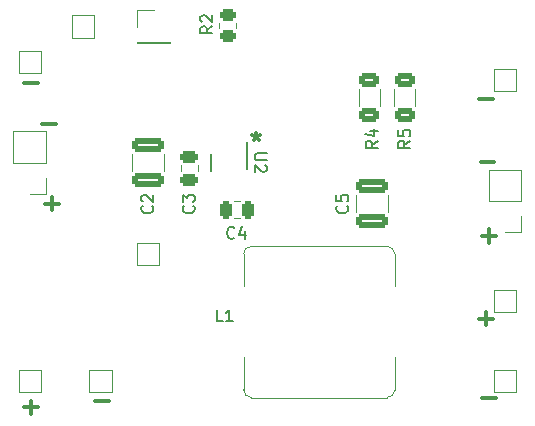
<source format=gto>
G04 #@! TF.GenerationSoftware,KiCad,Pcbnew,9.0.4*
G04 #@! TF.CreationDate,2025-12-29T16:46:33-08:00*
G04 #@! TF.ProjectId,bikelight,62696b65-6c69-4676-9874-2e6b69636164,rev?*
G04 #@! TF.SameCoordinates,Original*
G04 #@! TF.FileFunction,Legend,Top*
G04 #@! TF.FilePolarity,Positive*
%FSLAX46Y46*%
G04 Gerber Fmt 4.6, Leading zero omitted, Abs format (unit mm)*
G04 Created by KiCad (PCBNEW 9.0.4) date 2025-12-29 16:46:33*
%MOMM*%
%LPD*%
G01*
G04 APERTURE LIST*
G04 Aperture macros list*
%AMRoundRect*
0 Rectangle with rounded corners*
0 $1 Rounding radius*
0 $2 $3 $4 $5 $6 $7 $8 $9 X,Y pos of 4 corners*
0 Add a 4 corners polygon primitive as box body*
4,1,4,$2,$3,$4,$5,$6,$7,$8,$9,$2,$3,0*
0 Add four circle primitives for the rounded corners*
1,1,$1+$1,$2,$3*
1,1,$1+$1,$4,$5*
1,1,$1+$1,$6,$7*
1,1,$1+$1,$8,$9*
0 Add four rect primitives between the rounded corners*
20,1,$1+$1,$2,$3,$4,$5,0*
20,1,$1+$1,$4,$5,$6,$7,0*
20,1,$1+$1,$6,$7,$8,$9,0*
20,1,$1+$1,$8,$9,$2,$3,0*%
G04 Aperture macros list end*
%ADD10C,0.300000*%
%ADD11C,0.150000*%
%ADD12C,0.120000*%
%ADD13C,0.200000*%
%ADD14R,1.700000X1.700000*%
%ADD15C,1.700000*%
%ADD16R,1.500000X1.500000*%
%ADD17R,0.599999X1.000000*%
%ADD18RoundRect,0.250000X0.450000X-0.262500X0.450000X0.262500X-0.450000X0.262500X-0.450000X-0.262500X0*%
%ADD19RoundRect,0.250000X0.625000X-0.312500X0.625000X0.312500X-0.625000X0.312500X-0.625000X-0.312500X0*%
%ADD20RoundRect,0.250000X1.100000X-0.325000X1.100000X0.325000X-1.100000X0.325000X-1.100000X-0.325000X0*%
%ADD21R,2.900000X5.400000*%
%ADD22RoundRect,0.250000X0.250000X0.475000X-0.250000X0.475000X-0.250000X-0.475000X0.250000X-0.475000X0*%
%ADD23RoundRect,0.250000X0.475000X-0.250000X0.475000X0.250000X-0.475000X0.250000X-0.475000X-0.250000X0*%
G04 APERTURE END LIST*
D10*
X111168798Y-71475828D02*
X111168798Y-71832971D01*
X110811655Y-71690114D02*
X111168798Y-71832971D01*
X111168798Y-71832971D02*
X111525941Y-71690114D01*
X110954512Y-72118685D02*
X111168798Y-71832971D01*
X111168798Y-71832971D02*
X111383084Y-72118685D01*
X130054510Y-87229400D02*
X131197368Y-87229400D01*
X130625939Y-87800828D02*
X130625939Y-86657971D01*
X91554510Y-94729400D02*
X92697368Y-94729400D01*
X92125939Y-95300828D02*
X92125939Y-94157971D01*
X130179510Y-73929400D02*
X131322368Y-73929400D01*
X130304510Y-93979400D02*
X131447368Y-93979400D01*
X97554510Y-94229400D02*
X98697368Y-94229400D01*
X130054510Y-68629400D02*
X131197368Y-68629400D01*
X93304510Y-77479400D02*
X94447368Y-77479400D01*
X93875939Y-78050828D02*
X93875939Y-76907971D01*
X130304510Y-80229400D02*
X131447368Y-80229400D01*
X130875939Y-80800828D02*
X130875939Y-79657971D01*
X91554510Y-67229400D02*
X92697368Y-67229400D01*
X93054510Y-70729400D02*
X94197368Y-70729400D01*
D11*
X112045180Y-73238095D02*
X111235657Y-73238095D01*
X111235657Y-73238095D02*
X111140419Y-73285714D01*
X111140419Y-73285714D02*
X111092800Y-73333333D01*
X111092800Y-73333333D02*
X111045180Y-73428571D01*
X111045180Y-73428571D02*
X111045180Y-73619047D01*
X111045180Y-73619047D02*
X111092800Y-73714285D01*
X111092800Y-73714285D02*
X111140419Y-73761904D01*
X111140419Y-73761904D02*
X111235657Y-73809523D01*
X111235657Y-73809523D02*
X112045180Y-73809523D01*
X111949942Y-74238095D02*
X111997561Y-74285714D01*
X111997561Y-74285714D02*
X112045180Y-74380952D01*
X112045180Y-74380952D02*
X112045180Y-74619047D01*
X112045180Y-74619047D02*
X111997561Y-74714285D01*
X111997561Y-74714285D02*
X111949942Y-74761904D01*
X111949942Y-74761904D02*
X111854704Y-74809523D01*
X111854704Y-74809523D02*
X111759466Y-74809523D01*
X111759466Y-74809523D02*
X111616609Y-74761904D01*
X111616609Y-74761904D02*
X111045180Y-74190476D01*
X111045180Y-74190476D02*
X111045180Y-74809523D01*
X107451759Y-62466686D02*
X106975568Y-62800019D01*
X107451759Y-63038114D02*
X106451759Y-63038114D01*
X106451759Y-63038114D02*
X106451759Y-62657162D01*
X106451759Y-62657162D02*
X106499378Y-62561924D01*
X106499378Y-62561924D02*
X106546997Y-62514305D01*
X106546997Y-62514305D02*
X106642235Y-62466686D01*
X106642235Y-62466686D02*
X106785092Y-62466686D01*
X106785092Y-62466686D02*
X106880330Y-62514305D01*
X106880330Y-62514305D02*
X106927949Y-62561924D01*
X106927949Y-62561924D02*
X106975568Y-62657162D01*
X106975568Y-62657162D02*
X106975568Y-63038114D01*
X106546997Y-62085733D02*
X106499378Y-62038114D01*
X106499378Y-62038114D02*
X106451759Y-61942876D01*
X106451759Y-61942876D02*
X106451759Y-61704781D01*
X106451759Y-61704781D02*
X106499378Y-61609543D01*
X106499378Y-61609543D02*
X106546997Y-61561924D01*
X106546997Y-61561924D02*
X106642235Y-61514305D01*
X106642235Y-61514305D02*
X106737473Y-61514305D01*
X106737473Y-61514305D02*
X106880330Y-61561924D01*
X106880330Y-61561924D02*
X107451759Y-62133352D01*
X107451759Y-62133352D02*
X107451759Y-61514305D01*
X121454819Y-72166666D02*
X120978628Y-72499999D01*
X121454819Y-72738094D02*
X120454819Y-72738094D01*
X120454819Y-72738094D02*
X120454819Y-72357142D01*
X120454819Y-72357142D02*
X120502438Y-72261904D01*
X120502438Y-72261904D02*
X120550057Y-72214285D01*
X120550057Y-72214285D02*
X120645295Y-72166666D01*
X120645295Y-72166666D02*
X120788152Y-72166666D01*
X120788152Y-72166666D02*
X120883390Y-72214285D01*
X120883390Y-72214285D02*
X120931009Y-72261904D01*
X120931009Y-72261904D02*
X120978628Y-72357142D01*
X120978628Y-72357142D02*
X120978628Y-72738094D01*
X120788152Y-71309523D02*
X121454819Y-71309523D01*
X120407200Y-71547618D02*
X121121485Y-71785713D01*
X121121485Y-71785713D02*
X121121485Y-71166666D01*
X102359580Y-77666666D02*
X102407200Y-77714285D01*
X102407200Y-77714285D02*
X102454819Y-77857142D01*
X102454819Y-77857142D02*
X102454819Y-77952380D01*
X102454819Y-77952380D02*
X102407200Y-78095237D01*
X102407200Y-78095237D02*
X102311961Y-78190475D01*
X102311961Y-78190475D02*
X102216723Y-78238094D01*
X102216723Y-78238094D02*
X102026247Y-78285713D01*
X102026247Y-78285713D02*
X101883390Y-78285713D01*
X101883390Y-78285713D02*
X101692914Y-78238094D01*
X101692914Y-78238094D02*
X101597676Y-78190475D01*
X101597676Y-78190475D02*
X101502438Y-78095237D01*
X101502438Y-78095237D02*
X101454819Y-77952380D01*
X101454819Y-77952380D02*
X101454819Y-77857142D01*
X101454819Y-77857142D02*
X101502438Y-77714285D01*
X101502438Y-77714285D02*
X101550057Y-77666666D01*
X101550057Y-77285713D02*
X101502438Y-77238094D01*
X101502438Y-77238094D02*
X101454819Y-77142856D01*
X101454819Y-77142856D02*
X101454819Y-76904761D01*
X101454819Y-76904761D02*
X101502438Y-76809523D01*
X101502438Y-76809523D02*
X101550057Y-76761904D01*
X101550057Y-76761904D02*
X101645295Y-76714285D01*
X101645295Y-76714285D02*
X101740533Y-76714285D01*
X101740533Y-76714285D02*
X101883390Y-76761904D01*
X101883390Y-76761904D02*
X102454819Y-77333332D01*
X102454819Y-77333332D02*
X102454819Y-76714285D01*
X108333333Y-87454819D02*
X107857143Y-87454819D01*
X107857143Y-87454819D02*
X107857143Y-86454819D01*
X109190476Y-87454819D02*
X108619048Y-87454819D01*
X108904762Y-87454819D02*
X108904762Y-86454819D01*
X108904762Y-86454819D02*
X108809524Y-86597676D01*
X108809524Y-86597676D02*
X108714286Y-86692914D01*
X108714286Y-86692914D02*
X108619048Y-86740533D01*
X109333333Y-80359580D02*
X109285714Y-80407200D01*
X109285714Y-80407200D02*
X109142857Y-80454819D01*
X109142857Y-80454819D02*
X109047619Y-80454819D01*
X109047619Y-80454819D02*
X108904762Y-80407200D01*
X108904762Y-80407200D02*
X108809524Y-80311961D01*
X108809524Y-80311961D02*
X108761905Y-80216723D01*
X108761905Y-80216723D02*
X108714286Y-80026247D01*
X108714286Y-80026247D02*
X108714286Y-79883390D01*
X108714286Y-79883390D02*
X108761905Y-79692914D01*
X108761905Y-79692914D02*
X108809524Y-79597676D01*
X108809524Y-79597676D02*
X108904762Y-79502438D01*
X108904762Y-79502438D02*
X109047619Y-79454819D01*
X109047619Y-79454819D02*
X109142857Y-79454819D01*
X109142857Y-79454819D02*
X109285714Y-79502438D01*
X109285714Y-79502438D02*
X109333333Y-79550057D01*
X110190476Y-79788152D02*
X110190476Y-80454819D01*
X109952381Y-79407200D02*
X109714286Y-80121485D01*
X109714286Y-80121485D02*
X110333333Y-80121485D01*
X105859580Y-77666666D02*
X105907200Y-77714285D01*
X105907200Y-77714285D02*
X105954819Y-77857142D01*
X105954819Y-77857142D02*
X105954819Y-77952380D01*
X105954819Y-77952380D02*
X105907200Y-78095237D01*
X105907200Y-78095237D02*
X105811961Y-78190475D01*
X105811961Y-78190475D02*
X105716723Y-78238094D01*
X105716723Y-78238094D02*
X105526247Y-78285713D01*
X105526247Y-78285713D02*
X105383390Y-78285713D01*
X105383390Y-78285713D02*
X105192914Y-78238094D01*
X105192914Y-78238094D02*
X105097676Y-78190475D01*
X105097676Y-78190475D02*
X105002438Y-78095237D01*
X105002438Y-78095237D02*
X104954819Y-77952380D01*
X104954819Y-77952380D02*
X104954819Y-77857142D01*
X104954819Y-77857142D02*
X105002438Y-77714285D01*
X105002438Y-77714285D02*
X105050057Y-77666666D01*
X104954819Y-77333332D02*
X104954819Y-76714285D01*
X104954819Y-76714285D02*
X105335771Y-77047618D01*
X105335771Y-77047618D02*
X105335771Y-76904761D01*
X105335771Y-76904761D02*
X105383390Y-76809523D01*
X105383390Y-76809523D02*
X105431009Y-76761904D01*
X105431009Y-76761904D02*
X105526247Y-76714285D01*
X105526247Y-76714285D02*
X105764342Y-76714285D01*
X105764342Y-76714285D02*
X105859580Y-76761904D01*
X105859580Y-76761904D02*
X105907200Y-76809523D01*
X105907200Y-76809523D02*
X105954819Y-76904761D01*
X105954819Y-76904761D02*
X105954819Y-77190475D01*
X105954819Y-77190475D02*
X105907200Y-77285713D01*
X105907200Y-77285713D02*
X105859580Y-77333332D01*
X124204819Y-72166666D02*
X123728628Y-72499999D01*
X124204819Y-72738094D02*
X123204819Y-72738094D01*
X123204819Y-72738094D02*
X123204819Y-72357142D01*
X123204819Y-72357142D02*
X123252438Y-72261904D01*
X123252438Y-72261904D02*
X123300057Y-72214285D01*
X123300057Y-72214285D02*
X123395295Y-72166666D01*
X123395295Y-72166666D02*
X123538152Y-72166666D01*
X123538152Y-72166666D02*
X123633390Y-72214285D01*
X123633390Y-72214285D02*
X123681009Y-72261904D01*
X123681009Y-72261904D02*
X123728628Y-72357142D01*
X123728628Y-72357142D02*
X123728628Y-72738094D01*
X123204819Y-71261904D02*
X123204819Y-71738094D01*
X123204819Y-71738094D02*
X123681009Y-71785713D01*
X123681009Y-71785713D02*
X123633390Y-71738094D01*
X123633390Y-71738094D02*
X123585771Y-71642856D01*
X123585771Y-71642856D02*
X123585771Y-71404761D01*
X123585771Y-71404761D02*
X123633390Y-71309523D01*
X123633390Y-71309523D02*
X123681009Y-71261904D01*
X123681009Y-71261904D02*
X123776247Y-71214285D01*
X123776247Y-71214285D02*
X124014342Y-71214285D01*
X124014342Y-71214285D02*
X124109580Y-71261904D01*
X124109580Y-71261904D02*
X124157200Y-71309523D01*
X124157200Y-71309523D02*
X124204819Y-71404761D01*
X124204819Y-71404761D02*
X124204819Y-71642856D01*
X124204819Y-71642856D02*
X124157200Y-71738094D01*
X124157200Y-71738094D02*
X124109580Y-71785713D01*
X118859580Y-77666666D02*
X118907200Y-77714285D01*
X118907200Y-77714285D02*
X118954819Y-77857142D01*
X118954819Y-77857142D02*
X118954819Y-77952380D01*
X118954819Y-77952380D02*
X118907200Y-78095237D01*
X118907200Y-78095237D02*
X118811961Y-78190475D01*
X118811961Y-78190475D02*
X118716723Y-78238094D01*
X118716723Y-78238094D02*
X118526247Y-78285713D01*
X118526247Y-78285713D02*
X118383390Y-78285713D01*
X118383390Y-78285713D02*
X118192914Y-78238094D01*
X118192914Y-78238094D02*
X118097676Y-78190475D01*
X118097676Y-78190475D02*
X118002438Y-78095237D01*
X118002438Y-78095237D02*
X117954819Y-77952380D01*
X117954819Y-77952380D02*
X117954819Y-77857142D01*
X117954819Y-77857142D02*
X118002438Y-77714285D01*
X118002438Y-77714285D02*
X118050057Y-77666666D01*
X117954819Y-76761904D02*
X117954819Y-77238094D01*
X117954819Y-77238094D02*
X118431009Y-77285713D01*
X118431009Y-77285713D02*
X118383390Y-77238094D01*
X118383390Y-77238094D02*
X118335771Y-77142856D01*
X118335771Y-77142856D02*
X118335771Y-76904761D01*
X118335771Y-76904761D02*
X118383390Y-76809523D01*
X118383390Y-76809523D02*
X118431009Y-76761904D01*
X118431009Y-76761904D02*
X118526247Y-76714285D01*
X118526247Y-76714285D02*
X118764342Y-76714285D01*
X118764342Y-76714285D02*
X118859580Y-76761904D01*
X118859580Y-76761904D02*
X118907200Y-76809523D01*
X118907200Y-76809523D02*
X118954819Y-76904761D01*
X118954819Y-76904761D02*
X118954819Y-77142856D01*
X118954819Y-77142856D02*
X118907200Y-77238094D01*
X118907200Y-77238094D02*
X118859580Y-77285713D01*
D12*
X90620000Y-74005000D02*
X90620000Y-71355000D01*
X93380000Y-71355000D02*
X90620000Y-71355000D01*
X93380000Y-74005000D02*
X90620000Y-74005000D01*
X93380000Y-74005000D02*
X93380000Y-71355000D01*
X93380000Y-75275000D02*
X93380000Y-76655000D01*
X93380000Y-76655000D02*
X92000000Y-76655000D01*
X130870000Y-77255000D02*
X130870000Y-74605000D01*
X133630000Y-74605000D02*
X130870000Y-74605000D01*
X133630000Y-77255000D02*
X130870000Y-77255000D01*
X133630000Y-77255000D02*
X133630000Y-74605000D01*
X133630000Y-78525000D02*
X133630000Y-79905000D01*
X133630000Y-79905000D02*
X132250000Y-79905000D01*
X91050000Y-91550000D02*
X92950000Y-91550000D01*
X91050000Y-93450000D02*
X91050000Y-91550000D01*
X92950000Y-91550000D02*
X92950000Y-93450000D01*
X92950000Y-93450000D02*
X91050000Y-93450000D01*
D13*
X107351001Y-73299999D02*
X107351001Y-74700001D01*
X110400002Y-72250001D02*
X110400002Y-74549999D01*
D12*
X91050000Y-64550000D02*
X92950000Y-64550000D01*
X91050000Y-66450000D02*
X91050000Y-64550000D01*
X92950000Y-64550000D02*
X92950000Y-66450000D01*
X92950000Y-66450000D02*
X91050000Y-66450000D01*
X97050000Y-91550000D02*
X98950000Y-91550000D01*
X97050000Y-93450000D02*
X97050000Y-91550000D01*
X98950000Y-91550000D02*
X98950000Y-93450000D01*
X98950000Y-93450000D02*
X97050000Y-93450000D01*
X108015000Y-62639564D02*
X108015000Y-62185436D01*
X109485000Y-62639564D02*
X109485000Y-62185436D01*
X131300000Y-66050000D02*
X133200000Y-66050000D01*
X131300000Y-67950000D02*
X131300000Y-66050000D01*
X133200000Y-66050000D02*
X133200000Y-67950000D01*
X133200000Y-67950000D02*
X131300000Y-67950000D01*
X119840000Y-69227064D02*
X119840000Y-67772936D01*
X121660000Y-69227064D02*
X121660000Y-67772936D01*
X100640000Y-74711252D02*
X100640000Y-73288748D01*
X103360000Y-74711252D02*
X103360000Y-73288748D01*
X101120000Y-61120000D02*
X102500000Y-61120000D01*
X101120000Y-62500000D02*
X101120000Y-61120000D01*
X101120000Y-63770000D02*
X101120000Y-63880000D01*
X101120000Y-63770000D02*
X103880000Y-63770000D01*
X101120000Y-63880000D02*
X103880000Y-63880000D01*
X103880000Y-63770000D02*
X103880000Y-63880000D01*
X110100000Y-84500000D02*
X110100000Y-81750000D01*
X110100000Y-93250000D02*
X110100000Y-90500000D01*
X110750000Y-81100000D02*
X122250000Y-81100000D01*
X122250000Y-93900000D02*
X110750000Y-93900000D01*
X122900000Y-84500000D02*
X122900000Y-81750000D01*
X122900000Y-93250000D02*
X122900000Y-90500000D01*
X110100000Y-81750000D02*
G75*
G02*
X110750000Y-81100000I650000J0D01*
G01*
X110750000Y-93900000D02*
G75*
G02*
X110100000Y-93250000I0J650000D01*
G01*
X122250000Y-81100000D02*
G75*
G02*
X122900000Y-81750000I-1J-650001D01*
G01*
X122900000Y-93250000D02*
G75*
G02*
X122250000Y-93900000I-650001J1D01*
G01*
X95550000Y-61550000D02*
X97450000Y-61550000D01*
X95550000Y-63450000D02*
X95550000Y-61550000D01*
X97450000Y-61550000D02*
X97450000Y-63450000D01*
X97450000Y-63450000D02*
X95550000Y-63450000D01*
X131300000Y-91550000D02*
X133200000Y-91550000D01*
X131300000Y-93450000D02*
X131300000Y-91550000D01*
X133200000Y-91550000D02*
X133200000Y-93450000D01*
X133200000Y-93450000D02*
X131300000Y-93450000D01*
X131300000Y-84800000D02*
X133200000Y-84800000D01*
X131300000Y-86700000D02*
X131300000Y-84800000D01*
X133200000Y-84800000D02*
X133200000Y-86700000D01*
X133200000Y-86700000D02*
X131300000Y-86700000D01*
X101050000Y-80800000D02*
X102950000Y-80800000D01*
X101050000Y-82700000D02*
X101050000Y-80800000D01*
X102950000Y-80800000D02*
X102950000Y-82700000D01*
X102950000Y-82700000D02*
X101050000Y-82700000D01*
X109811252Y-77265000D02*
X109288748Y-77265000D01*
X109811252Y-78735000D02*
X109288748Y-78735000D01*
X104765000Y-74761252D02*
X104765000Y-74238748D01*
X106235000Y-74761252D02*
X106235000Y-74238748D01*
X122840000Y-69227064D02*
X122840000Y-67772936D01*
X124660000Y-69227064D02*
X124660000Y-67772936D01*
X119640000Y-78211252D02*
X119640000Y-76788748D01*
X122360000Y-78211252D02*
X122360000Y-76788748D01*
%LPC*%
D14*
X92000000Y-75275000D03*
D15*
X92000000Y-72735000D03*
D14*
X132250000Y-78525000D03*
D15*
X132250000Y-75985000D03*
D16*
X92000000Y-92500000D03*
D17*
X109825002Y-72624999D03*
X108875001Y-72624999D03*
X107925003Y-72624999D03*
X107925003Y-75374999D03*
X108875001Y-75374999D03*
X109825002Y-75374999D03*
D16*
X92000000Y-65500000D03*
X98000000Y-92500000D03*
D18*
X108750000Y-63325000D03*
X108750000Y-61500000D03*
D16*
X132250000Y-67000000D03*
D19*
X120750000Y-69962500D03*
X120750000Y-67037500D03*
D20*
X102000000Y-75475000D03*
X102000000Y-72525000D03*
D14*
X102500000Y-62500000D03*
D21*
X121350000Y-87500000D03*
X111650000Y-87500000D03*
D16*
X96500000Y-62500000D03*
X132250000Y-92500000D03*
X132250000Y-85750000D03*
X102000000Y-81750000D03*
D22*
X110500000Y-78000000D03*
X108600000Y-78000000D03*
D23*
X105500000Y-75450000D03*
X105500000Y-73550000D03*
D19*
X123750000Y-69962500D03*
X123750000Y-67037500D03*
D20*
X121000000Y-78975000D03*
X121000000Y-76025000D03*
%LPD*%
M02*

</source>
